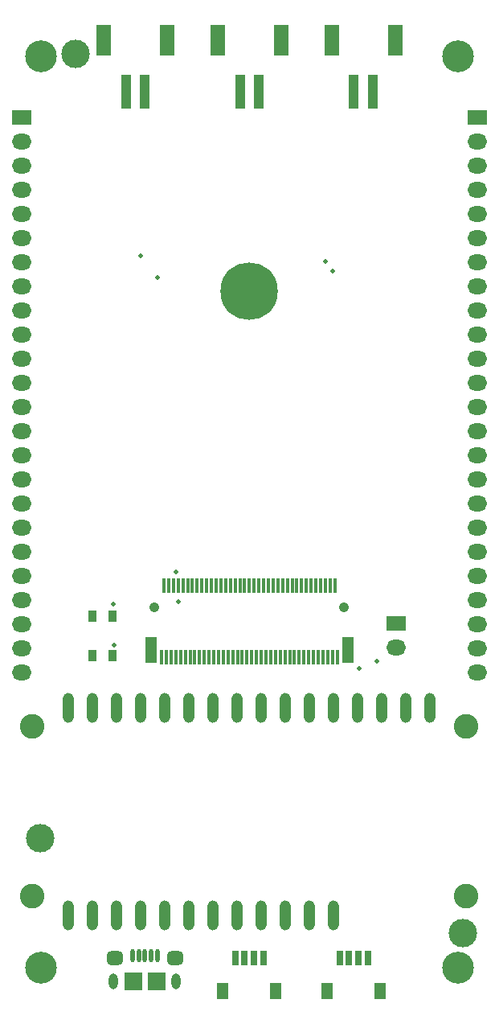
<source format=gts>
G04*
G04 #@! TF.GenerationSoftware,Altium Limited,Altium Designer,22.7.1 (60)*
G04*
G04 Layer_Color=8388736*
%FSLAX25Y25*%
%MOIN*%
G70*
G04*
G04 #@! TF.SameCoordinates,24E4937F-31BC-4FDA-B361-D206D476748A*
G04*
G04*
G04 #@! TF.FilePolarity,Negative*
G04*
G01*
G75*
%ADD23R,0.07677X0.07284*%
G04:AMPARAMS|DCode=24|XSize=64.96mil|YSize=57.09mil|CornerRadius=14.76mil|HoleSize=0mil|Usage=FLASHONLY|Rotation=0.000|XOffset=0mil|YOffset=0mil|HoleType=Round|Shape=RoundedRectangle|*
%AMROUNDEDRECTD24*
21,1,0.06496,0.02756,0,0,0.0*
21,1,0.03543,0.05709,0,0,0.0*
1,1,0.02953,0.01772,-0.01378*
1,1,0.02953,-0.01772,-0.01378*
1,1,0.02953,-0.01772,0.01378*
1,1,0.02953,0.01772,0.01378*
%
%ADD24ROUNDEDRECTD24*%
%ADD25O,0.01772X0.05512*%
%ADD26R,0.04921X0.06890*%
%ADD27R,0.02559X0.06299*%
%ADD28R,0.06102X0.12795*%
%ADD29R,0.04134X0.13976*%
%ADD30R,0.01378X0.06299*%
%ADD31R,0.04921X0.11024*%
%ADD32R,0.03347X0.04921*%
%ADD33C,0.11811*%
%ADD34R,0.08071X0.06496*%
%ADD35O,0.08071X0.06496*%
%ADD36O,0.03740X0.06496*%
%ADD37C,0.04134*%
%ADD38C,0.23819*%
G04:AMPARAMS|DCode=39|XSize=45.28mil|YSize=124.02mil|CornerRadius=22.64mil|HoleSize=0mil|Usage=FLASHONLY|Rotation=0.000|XOffset=0mil|YOffset=0mil|HoleType=Round|Shape=RoundedRectangle|*
%AMROUNDEDRECTD39*
21,1,0.04528,0.07874,0,0,0.0*
21,1,0.00000,0.12402,0,0,0.0*
1,1,0.04528,0.00000,-0.03937*
1,1,0.04528,0.00000,-0.03937*
1,1,0.04528,0.00000,0.03937*
1,1,0.04528,0.00000,0.03937*
%
%ADD39ROUNDEDRECTD39*%
G04:AMPARAMS|DCode=40|XSize=47.64mil|YSize=124.02mil|CornerRadius=23.82mil|HoleSize=0mil|Usage=FLASHONLY|Rotation=0.000|XOffset=0mil|YOffset=0mil|HoleType=Round|Shape=RoundedRectangle|*
%AMROUNDEDRECTD40*
21,1,0.04764,0.07638,0,0,0.0*
21,1,0.00000,0.12402,0,0,0.0*
1,1,0.04764,0.00000,-0.03819*
1,1,0.04764,0.00000,-0.03819*
1,1,0.04764,0.00000,0.03819*
1,1,0.04764,0.00000,0.03819*
%
%ADD40ROUNDEDRECTD40*%
%ADD41C,0.10197*%
%ADD42C,0.13189*%
%ADD43C,0.01968*%
D23*
X61417Y8268D02*
D03*
X51968D02*
D03*
D24*
X69291Y17913D02*
D03*
X44094D02*
D03*
D25*
X56693Y18799D02*
D03*
X54134D02*
D03*
X51575D02*
D03*
X61811D02*
D03*
X59252D02*
D03*
D26*
X154331Y4161D02*
D03*
X132283D02*
D03*
X111024D02*
D03*
X88976D02*
D03*
D27*
X141339Y18067D02*
D03*
X145276D02*
D03*
X149213D02*
D03*
X137402D02*
D03*
X98032D02*
D03*
X101969D02*
D03*
X105905D02*
D03*
X94095D02*
D03*
D28*
X86811Y398425D02*
D03*
X113189D02*
D03*
X39567D02*
D03*
X65945D02*
D03*
X134055D02*
D03*
X160433D02*
D03*
D29*
X96063Y376969D02*
D03*
X103937D02*
D03*
X48819D02*
D03*
X56693D02*
D03*
X143307D02*
D03*
X151181D02*
D03*
D30*
X129528Y172343D02*
D03*
X127559D02*
D03*
X135433D02*
D03*
X131496D02*
D03*
X133465D02*
D03*
X125591D02*
D03*
X123622D02*
D03*
X119685D02*
D03*
X121653D02*
D03*
X117717D02*
D03*
X113779D02*
D03*
X111811D02*
D03*
X115748D02*
D03*
X103937D02*
D03*
X101969D02*
D03*
X109843D02*
D03*
X105905D02*
D03*
X107874D02*
D03*
X136417Y142618D02*
D03*
X134449D02*
D03*
X130512D02*
D03*
X132480D02*
D03*
X122638D02*
D03*
X120669D02*
D03*
X128543D02*
D03*
X124606D02*
D03*
X126575D02*
D03*
X112795D02*
D03*
X110827D02*
D03*
X118701D02*
D03*
X114764D02*
D03*
X116732D02*
D03*
X102953D02*
D03*
X100984D02*
D03*
X108858D02*
D03*
X104921D02*
D03*
X106890D02*
D03*
X94095Y172343D02*
D03*
X92126D02*
D03*
X100000D02*
D03*
X96063D02*
D03*
X98032D02*
D03*
X90158D02*
D03*
X88189D02*
D03*
X84252D02*
D03*
X86221D02*
D03*
X76378D02*
D03*
X74410D02*
D03*
X72441D02*
D03*
X82284D02*
D03*
X78347D02*
D03*
X80315D02*
D03*
X70472D02*
D03*
X68504D02*
D03*
X66535D02*
D03*
X64567D02*
D03*
X93110Y142618D02*
D03*
X91142D02*
D03*
X99016D02*
D03*
X95079D02*
D03*
X97047D02*
D03*
X89173D02*
D03*
X87205D02*
D03*
X83268D02*
D03*
X85236D02*
D03*
X75394D02*
D03*
X73425D02*
D03*
X81299D02*
D03*
X77362D02*
D03*
X79331D02*
D03*
X65551D02*
D03*
X63583D02*
D03*
X71457D02*
D03*
X67520D02*
D03*
X69488D02*
D03*
D31*
X140748Y145669D02*
D03*
X59252D02*
D03*
D32*
X34768Y143331D02*
D03*
Y159669D02*
D03*
X43232Y143331D02*
D03*
Y159669D02*
D03*
D33*
X188500Y28254D02*
D03*
X13246Y67500D02*
D03*
X27746Y392500D02*
D03*
D34*
X161000Y156500D02*
D03*
X5512Y366142D02*
D03*
X194488D02*
D03*
D35*
X161000Y146500D02*
D03*
X5512Y356142D02*
D03*
Y346142D02*
D03*
Y336142D02*
D03*
Y326142D02*
D03*
Y316142D02*
D03*
Y306142D02*
D03*
Y296142D02*
D03*
Y286142D02*
D03*
Y276142D02*
D03*
Y266142D02*
D03*
Y256142D02*
D03*
Y246142D02*
D03*
Y236142D02*
D03*
Y226142D02*
D03*
Y216142D02*
D03*
Y206142D02*
D03*
Y196142D02*
D03*
Y186142D02*
D03*
Y176142D02*
D03*
Y166142D02*
D03*
Y156142D02*
D03*
Y146142D02*
D03*
Y136142D02*
D03*
X194488Y356142D02*
D03*
Y346142D02*
D03*
Y336142D02*
D03*
Y326142D02*
D03*
Y316142D02*
D03*
Y306142D02*
D03*
Y296142D02*
D03*
Y286142D02*
D03*
Y276142D02*
D03*
Y266142D02*
D03*
Y256142D02*
D03*
Y246142D02*
D03*
Y236142D02*
D03*
Y226142D02*
D03*
Y216142D02*
D03*
Y206142D02*
D03*
Y196142D02*
D03*
Y186142D02*
D03*
Y176142D02*
D03*
Y166142D02*
D03*
Y156142D02*
D03*
Y146142D02*
D03*
Y136142D02*
D03*
D36*
X43701Y8268D02*
D03*
X69685D02*
D03*
D37*
X139370Y163386D02*
D03*
X60630D02*
D03*
D38*
X100000Y294291D02*
D03*
D39*
X25000Y121740D02*
D03*
X35000D02*
D03*
X45000D02*
D03*
X55000D02*
D03*
X65000D02*
D03*
X75000D02*
D03*
X85000D02*
D03*
X95000D02*
D03*
X105000D02*
D03*
X165000D02*
D03*
X155000D02*
D03*
X145000D02*
D03*
X135000D02*
D03*
X125000D02*
D03*
X115000D02*
D03*
X125000Y35740D02*
D03*
X115000D02*
D03*
X105000D02*
D03*
X95000D02*
D03*
X85000D02*
D03*
X75000D02*
D03*
X65000D02*
D03*
X55000D02*
D03*
X45000D02*
D03*
X35000D02*
D03*
X25000D02*
D03*
X135000D02*
D03*
D40*
X175000Y121740D02*
D03*
D41*
X10000Y43740D02*
D03*
Y114016D02*
D03*
X190000D02*
D03*
Y43740D02*
D03*
D42*
X186614Y391732D02*
D03*
X13386Y13780D02*
D03*
X186614D02*
D03*
X13386Y391732D02*
D03*
D43*
X62005Y300000D02*
D03*
X43500Y164500D02*
D03*
X43861Y147674D02*
D03*
X69500Y178000D02*
D03*
X70500Y165500D02*
D03*
X153000Y141000D02*
D03*
X145500Y138000D02*
D03*
X55000Y309000D02*
D03*
X134500Y302706D02*
D03*
X131500Y306500D02*
D03*
M02*

</source>
